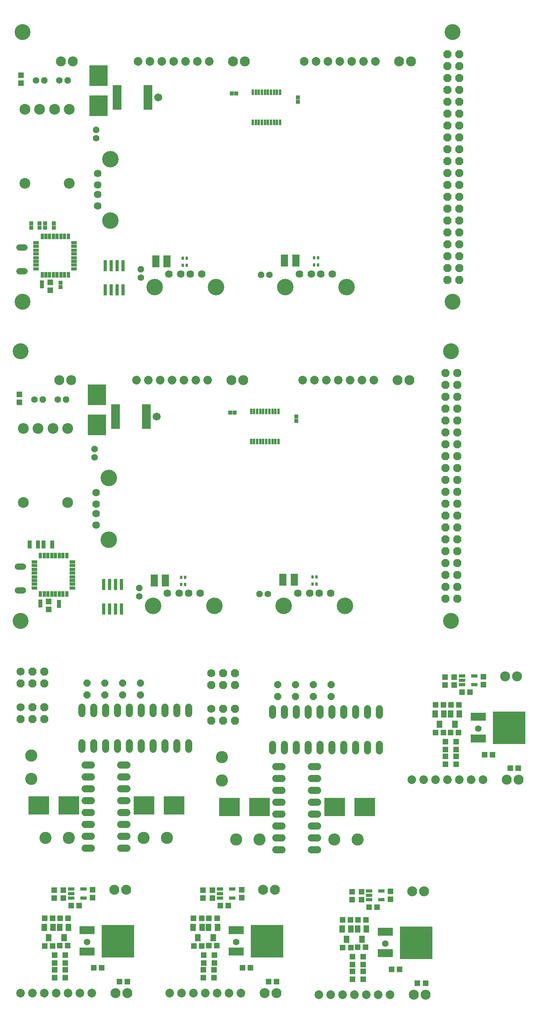
<source format=gts>
G75*
G70*
%OFA0B0*%
%FSLAX24Y24*%
%IPPOS*%
%LPD*%
G04 *
G04 macro definitions for tiled file 'solderStiched.GTS':*
G04 *
%AMOC8*
5,1,8,0,0,1.08239X$1,22.5*
%
G04 *
G04 aperture list for tiled file 'solderStiched.GTS':*
G04 *
%ADD34C,0.0680*%
%ADD33C,0.0600*%
%ADD15C,0.0730*%
%ADD26OC8,0.0680*%
%ADD20R,0.0257X0.0474*%
%ADD40R,0.0474X0.0631*%
%ADD39R,0.1261X0.0710*%
%ADD28R,0.0198X0.0474*%
%ADD25R,0.0336X0.0336*%
%ADD14R,0.0513X0.0474*%
%ADD13C,0.0560*%
%ADD16C,0.0840*%
%ADD31C,0.0671*%
%ADD27R,0.1580X0.1749*%
%ADD36OC8,0.0600*%
%ADD29R,0.0780X0.2080*%
%ADD24R,0.0631X0.1025*%
%ADD38R,0.2718X0.2718*%
%ADD18C,0.1390*%
%ADD21R,0.0474X0.0257*%
%ADD11C,0.0907*%
%ADD30C,0.0520*%
%ADD41C,0.0555*%
%ADD37R,0.0552X0.0297*%
%ADD19R,0.0237X0.0257*%
%ADD22R,0.0316X0.0946*%
%ADD23R,0.0474X0.0513*%
%ADD32C,0.1025*%
%ADD12OC8,0.0560*%
%ADD10C,0.1340*%
%ADD17C,0.0640*%
%ADD35R,0.1749X0.1580*%
G04 *
G04 next data from source file './BDM2/top_soldermask.GTS', *
G04 source file key is 'infile_0003'. *
G04 *
D10*
X001564Y070713D03*
X001564Y093390D03*
X037824Y093390D03*
X037824Y070713D03*
D11*
X005527Y080668D03*
X001777Y080668D03*
X001777Y086918D03*
X003027Y086918D03*
X004277Y086918D03*
X005527Y086918D03*
D12*
X007785Y085157D03*
X005379Y089335D03*
X003410Y089335D03*
X011537Y073453D03*
X021687Y072961D03*
D13*
X022387Y072961D03*
X011537Y072753D03*
X007785Y084457D03*
X004679Y089335D03*
X002710Y089335D03*
D14*
X001434Y089103D03*
X001434Y089772D03*
D15*
X011304Y090953D03*
X012304Y090953D03*
X013304Y090953D03*
X014304Y090953D03*
X015304Y090953D03*
X016304Y090953D03*
X017304Y090953D03*
X025304Y090953D03*
X026304Y090953D03*
X027304Y090953D03*
X028304Y090953D03*
X029304Y090953D03*
X030304Y090953D03*
X031304Y090953D03*
D16*
X033304Y090953D03*
X034304Y090953D03*
X020304Y090953D03*
X019304Y090953D03*
X005804Y090953D03*
X004804Y090953D03*
D17*
X007916Y081509D03*
X007916Y080529D03*
X007916Y079739D03*
X007916Y078759D03*
X013929Y073023D03*
X014909Y073023D03*
X015699Y073023D03*
X016679Y073023D03*
X024929Y073023D03*
X025909Y073023D03*
X026699Y073023D03*
X027679Y073023D03*
D18*
X028889Y071953D03*
X023719Y071953D03*
X017889Y071953D03*
X012719Y071953D03*
X008986Y077549D03*
X008986Y082719D03*
D19*
X015096Y074365D03*
X015411Y074365D03*
X015411Y073754D03*
X015096Y073754D03*
X026159Y073798D03*
X026474Y073798D03*
X026474Y074408D03*
X026159Y074408D03*
D20*
X005434Y072961D03*
X005119Y072961D03*
X004804Y072961D03*
X004490Y072961D03*
X004175Y072961D03*
X003860Y072961D03*
X003545Y072961D03*
X003230Y072961D03*
X003230Y076189D03*
X003545Y076189D03*
X003860Y076189D03*
X004175Y076189D03*
X004490Y076189D03*
X004804Y076189D03*
X005119Y076189D03*
X005434Y076189D03*
D21*
X005927Y075678D03*
X005927Y075363D03*
X005927Y075048D03*
X005927Y074733D03*
X005927Y074418D03*
X005927Y074103D03*
X005927Y073788D03*
X005927Y073473D03*
X002698Y073473D03*
X002698Y073788D03*
X002698Y074103D03*
X002698Y074418D03*
X002698Y074733D03*
X002698Y075048D03*
X002698Y075363D03*
X002698Y075678D03*
D22*
X008554Y073752D03*
X009054Y073752D03*
X009554Y073752D03*
X010054Y073752D03*
X010054Y071705D03*
X009554Y071705D03*
X009054Y071705D03*
X008554Y071705D03*
D23*
X003927Y071678D03*
X003927Y072347D03*
D24*
X012801Y074115D03*
X013745Y074115D03*
X023655Y074154D03*
X024600Y074154D03*
D25*
X024793Y087544D03*
X024793Y087898D03*
X019576Y088233D03*
X019222Y088233D03*
X004202Y077307D03*
X004202Y076953D03*
X003493Y076953D03*
X003493Y077307D03*
X003021Y077307D03*
X003021Y076953D03*
X002312Y076953D03*
X002312Y077307D03*
X003218Y072347D03*
X003218Y071993D03*
X004793Y071953D03*
X004793Y072307D03*
D26*
X037364Y072552D03*
X038364Y072552D03*
X038364Y073552D03*
X038364Y074552D03*
X037364Y074552D03*
X037364Y073552D03*
X037364Y075552D03*
X038364Y075552D03*
X038364Y076552D03*
X038364Y077552D03*
X037364Y077552D03*
X037364Y076552D03*
X037364Y078552D03*
X038364Y078552D03*
X038364Y079552D03*
X037364Y079552D03*
X037364Y080552D03*
X038364Y080552D03*
X038364Y081552D03*
X037364Y081552D03*
X037364Y082552D03*
X038364Y082552D03*
X038364Y083552D03*
X037364Y083552D03*
X037364Y084552D03*
X038364Y084552D03*
X038364Y085552D03*
X037364Y085552D03*
X037364Y086552D03*
X038364Y086552D03*
X038364Y087552D03*
X037364Y087552D03*
X037364Y088552D03*
X038364Y088552D03*
X038364Y089552D03*
X038364Y090552D03*
X037364Y090552D03*
X037364Y089552D03*
X037364Y091552D03*
X038364Y091552D03*
D27*
X007982Y089729D03*
X007982Y087217D03*
D28*
X020974Y088351D03*
X021230Y088351D03*
X021486Y088351D03*
X021741Y088351D03*
X021997Y088351D03*
X022253Y088351D03*
X022509Y088351D03*
X022765Y088351D03*
X023021Y088351D03*
X023277Y088351D03*
X023277Y085792D03*
X023021Y085792D03*
X022765Y085792D03*
X022509Y085792D03*
X022253Y085792D03*
X021997Y085792D03*
X021741Y085792D03*
X021486Y085792D03*
X021230Y085792D03*
X020974Y085792D03*
D29*
X012151Y087902D03*
X009551Y087902D03*
D30*
X001745Y075256D02*
X001305Y075256D01*
X001305Y073256D02*
X001745Y073256D01*
D31*
X013021Y087918D03*
G04 *
G04 next data from source file './bluetooth4/top_soldermask.GTS', *
G04 source file key is 'infile_0008'. *
G04 *
D14*
X004400Y040670D03*
X004400Y041340D03*
X004420Y041910D03*
X004420Y042580D03*
X005320Y042580D03*
X005320Y041910D03*
X005300Y041340D03*
X005300Y040670D03*
X007706Y041495D03*
X008375Y041495D03*
X009886Y040345D03*
X010555Y040345D03*
X006485Y046735D03*
X005816Y046735D03*
X004373Y047360D03*
X004373Y048029D03*
D37*
X005809Y048119D03*
X005809Y047745D03*
X005809Y047371D03*
X006832Y047371D03*
X006832Y048119D03*
D38*
X009762Y043745D03*
D39*
X007163Y042860D03*
X007163Y044671D03*
D16*
X009440Y048075D03*
X010440Y048075D03*
X010561Y039376D03*
X009561Y039376D03*
D15*
X001560Y039375D03*
X002560Y039375D03*
X003560Y039375D03*
X004560Y039375D03*
X005560Y039375D03*
X006560Y039375D03*
X007560Y039375D03*
D40*
X005210Y044035D03*
X004836Y044901D03*
X004284Y044898D03*
X003910Y044032D03*
X003536Y044898D03*
X005584Y044901D03*
D23*
X005545Y045665D03*
X004876Y045665D03*
X004245Y045665D03*
X003576Y045665D03*
X003586Y043335D03*
X004255Y043335D03*
X004846Y043355D03*
X005515Y043355D03*
X005155Y047360D03*
X005155Y048029D03*
X007620Y048057D03*
X007620Y047388D03*
D41*
X007160Y043675D03*
G04 *
G04 next data from source file './BDM1/top_soldermask.GTS', *
G04 source file key is 'infile_0007'. *
G04 *
D10*
X001699Y097578D03*
X001699Y120255D03*
X037959Y120255D03*
X037959Y097578D03*
D11*
X005662Y107533D03*
X001912Y107533D03*
X001912Y113783D03*
X003162Y113783D03*
X004412Y113783D03*
X005662Y113783D03*
D12*
X007920Y112022D03*
X005514Y116200D03*
X003545Y116200D03*
X011672Y100318D03*
X021822Y099826D03*
D13*
X022522Y099826D03*
X011672Y099618D03*
X007920Y111322D03*
X004814Y116200D03*
X002845Y116200D03*
D14*
X001569Y115968D03*
X001569Y116637D03*
D15*
X011439Y117818D03*
X012439Y117818D03*
X013439Y117818D03*
X014439Y117818D03*
X015439Y117818D03*
X016439Y117818D03*
X017439Y117818D03*
X025439Y117818D03*
X026439Y117818D03*
X027439Y117818D03*
X028439Y117818D03*
X029439Y117818D03*
X030439Y117818D03*
X031439Y117818D03*
D16*
X033439Y117818D03*
X034439Y117818D03*
X020439Y117818D03*
X019439Y117818D03*
X005939Y117818D03*
X004939Y117818D03*
D17*
X008051Y108374D03*
X008051Y107394D03*
X008051Y106604D03*
X008051Y105624D03*
X014064Y099888D03*
X015044Y099888D03*
X015834Y099888D03*
X016814Y099888D03*
X025064Y099888D03*
X026044Y099888D03*
X026834Y099888D03*
X027814Y099888D03*
D18*
X029024Y098818D03*
X023854Y098818D03*
X018024Y098818D03*
X012854Y098818D03*
X009121Y104414D03*
X009121Y109584D03*
D19*
X015231Y101230D03*
X015546Y101230D03*
X015546Y100619D03*
X015231Y100619D03*
X026294Y100663D03*
X026609Y100663D03*
X026609Y101273D03*
X026294Y101273D03*
D20*
X005569Y099826D03*
X005254Y099826D03*
X004939Y099826D03*
X004625Y099826D03*
X004310Y099826D03*
X003995Y099826D03*
X003680Y099826D03*
X003365Y099826D03*
X003365Y103054D03*
X003680Y103054D03*
X003995Y103054D03*
X004310Y103054D03*
X004625Y103054D03*
X004939Y103054D03*
X005254Y103054D03*
X005569Y103054D03*
D21*
X006062Y102543D03*
X006062Y102228D03*
X006062Y101913D03*
X006062Y101598D03*
X006062Y101283D03*
X006062Y100968D03*
X006062Y100653D03*
X006062Y100338D03*
X002833Y100338D03*
X002833Y100653D03*
X002833Y100968D03*
X002833Y101283D03*
X002833Y101598D03*
X002833Y101913D03*
X002833Y102228D03*
X002833Y102543D03*
D22*
X008689Y100617D03*
X009189Y100617D03*
X009689Y100617D03*
X010189Y100617D03*
X010189Y098570D03*
X009689Y098570D03*
X009189Y098570D03*
X008689Y098570D03*
D23*
X004062Y098543D03*
X004062Y099212D03*
D24*
X012936Y100980D03*
X013880Y100980D03*
X023790Y101019D03*
X024735Y101019D03*
D25*
X024928Y114409D03*
X024928Y114763D03*
X019711Y115098D03*
X019357Y115098D03*
X004337Y104172D03*
X004337Y103818D03*
X003628Y103818D03*
X003628Y104172D03*
X003156Y104172D03*
X003156Y103818D03*
X002447Y103818D03*
X002447Y104172D03*
X003353Y099212D03*
X003353Y098858D03*
X004928Y098818D03*
X004928Y099172D03*
D26*
X037499Y099417D03*
X038499Y099417D03*
X038499Y100417D03*
X038499Y101417D03*
X037499Y101417D03*
X037499Y100417D03*
X037499Y102417D03*
X038499Y102417D03*
X038499Y103417D03*
X038499Y104417D03*
X037499Y104417D03*
X037499Y103417D03*
X037499Y105417D03*
X038499Y105417D03*
X038499Y106417D03*
X037499Y106417D03*
X037499Y107417D03*
X038499Y107417D03*
X038499Y108417D03*
X037499Y108417D03*
X037499Y109417D03*
X038499Y109417D03*
X038499Y110417D03*
X037499Y110417D03*
X037499Y111417D03*
X038499Y111417D03*
X038499Y112417D03*
X037499Y112417D03*
X037499Y113417D03*
X038499Y113417D03*
X038499Y114417D03*
X037499Y114417D03*
X037499Y115417D03*
X038499Y115417D03*
X038499Y116417D03*
X038499Y117417D03*
X037499Y117417D03*
X037499Y116417D03*
X037499Y118417D03*
X038499Y118417D03*
D27*
X008117Y116594D03*
X008117Y114082D03*
D28*
X021109Y115216D03*
X021365Y115216D03*
X021621Y115216D03*
X021876Y115216D03*
X022132Y115216D03*
X022388Y115216D03*
X022644Y115216D03*
X022900Y115216D03*
X023156Y115216D03*
X023412Y115216D03*
X023412Y112657D03*
X023156Y112657D03*
X022900Y112657D03*
X022644Y112657D03*
X022388Y112657D03*
X022132Y112657D03*
X021876Y112657D03*
X021621Y112657D03*
X021365Y112657D03*
X021109Y112657D03*
D29*
X012286Y114767D03*
X009686Y114767D03*
D30*
X001880Y102121D02*
X001440Y102121D01*
X001440Y100121D02*
X001880Y100121D01*
D31*
X013156Y114783D03*
G04 *
G04 next data from source file './bluetooth3/top_soldermask.GTS', *
G04 source file key is 'infile_0004'. *
G04 *
D14*
X029510Y040535D03*
X029510Y041205D03*
X029530Y041775D03*
X029530Y042445D03*
X030430Y042445D03*
X030430Y041775D03*
X030410Y041205D03*
X030410Y040535D03*
X032816Y041360D03*
X033485Y041360D03*
X034996Y040210D03*
X035665Y040210D03*
X031595Y046600D03*
X030926Y046600D03*
X029483Y047225D03*
X029483Y047894D03*
D37*
X030919Y047984D03*
X030919Y047610D03*
X030919Y047236D03*
X031942Y047236D03*
X031942Y047984D03*
D38*
X034872Y043610D03*
D39*
X032273Y042725D03*
X032273Y044536D03*
D16*
X034550Y047940D03*
X035550Y047940D03*
X035671Y039241D03*
X034671Y039241D03*
D15*
X026670Y039240D03*
X027670Y039240D03*
X028670Y039240D03*
X029670Y039240D03*
X030670Y039240D03*
X031670Y039240D03*
X032670Y039240D03*
D40*
X030320Y043900D03*
X029946Y044766D03*
X029394Y044763D03*
X029020Y043897D03*
X028646Y044763D03*
X030694Y044766D03*
D23*
X030655Y045530D03*
X029986Y045530D03*
X029355Y045530D03*
X028686Y045530D03*
X028696Y043200D03*
X029365Y043200D03*
X029956Y043220D03*
X030625Y043220D03*
X030265Y047225D03*
X030265Y047894D03*
X032730Y047922D03*
X032730Y047253D03*
D41*
X032270Y043540D03*
G04 *
G04 next data from source file './HCD2/top_soldermask.GTS', *
G04 source file key is 'infile_0002'. *
G04 *
D32*
X019707Y052312D03*
X021676Y052312D03*
X018522Y057273D03*
X018522Y059242D03*
X027990Y052313D03*
X029958Y052313D03*
D33*
X026577Y052434D02*
X026057Y052434D01*
X026057Y051434D02*
X026577Y051434D01*
X026577Y053434D02*
X026057Y053434D01*
X026057Y054434D02*
X026577Y054434D01*
X026577Y055434D02*
X026057Y055434D01*
X026057Y056434D02*
X026577Y056434D01*
X026577Y057434D02*
X026057Y057434D01*
X026057Y058434D02*
X026577Y058434D01*
X026778Y059767D02*
X026778Y060287D01*
X025778Y060287D02*
X025778Y059767D01*
X024778Y059767D02*
X024778Y060287D01*
X023778Y060287D02*
X023778Y059767D01*
X022778Y059767D02*
X022778Y060287D01*
X023057Y058434D02*
X023577Y058434D01*
X023577Y057434D02*
X023057Y057434D01*
X023057Y056434D02*
X023577Y056434D01*
X023577Y055434D02*
X023057Y055434D01*
X023057Y054434D02*
X023577Y054434D01*
X023577Y053434D02*
X023057Y053434D01*
X023057Y052434D02*
X023577Y052434D01*
X023577Y051434D02*
X023057Y051434D01*
X027778Y059767D02*
X027778Y060287D01*
X028778Y060287D02*
X028778Y059767D01*
X029778Y059767D02*
X029778Y060287D01*
X030778Y060287D02*
X030778Y059767D01*
X031778Y059767D02*
X031778Y060287D01*
X031778Y062767D02*
X031778Y063287D01*
X030778Y063287D02*
X030778Y062767D01*
X029778Y062767D02*
X029778Y063287D01*
X028778Y063287D02*
X028778Y062767D01*
X027778Y062767D02*
X027778Y063287D01*
X026778Y063287D02*
X026778Y062767D01*
X025778Y062767D02*
X025778Y063287D01*
X024778Y063287D02*
X024778Y062767D01*
X023778Y062767D02*
X023778Y063287D01*
X022778Y063287D02*
X022778Y062767D01*
D34*
X017618Y063307D03*
X017618Y066307D03*
D26*
X017618Y065307D03*
X018618Y065307D03*
X018618Y066307D03*
X019618Y066307D03*
X019618Y065307D03*
X019618Y063307D03*
X018618Y063307D03*
X018618Y062307D03*
X019618Y062307D03*
X017618Y062307D03*
D35*
X019156Y055047D03*
X021668Y055047D03*
X028028Y055047D03*
X030540Y055047D03*
D36*
X027718Y064337D03*
X027718Y065337D03*
X026218Y065337D03*
X026218Y064337D03*
X024718Y064337D03*
X024718Y065337D03*
X023218Y065337D03*
X023218Y064337D03*
G04 *
G04 next data from source file './HCD1/top_soldermask.GTS', *
G04 source file key is 'infile_0005'. *
G04 *
D32*
X003642Y052447D03*
X005611Y052447D03*
X002457Y057408D03*
X002457Y059377D03*
X011925Y052448D03*
X013893Y052448D03*
D33*
X010512Y052569D02*
X009992Y052569D01*
X009992Y051569D02*
X010512Y051569D01*
X010512Y053569D02*
X009992Y053569D01*
X009992Y054569D02*
X010512Y054569D01*
X010512Y055569D02*
X009992Y055569D01*
X009992Y056569D02*
X010512Y056569D01*
X010512Y057569D02*
X009992Y057569D01*
X009992Y058569D02*
X010512Y058569D01*
X010713Y059902D02*
X010713Y060422D01*
X009713Y060422D02*
X009713Y059902D01*
X008713Y059902D02*
X008713Y060422D01*
X007713Y060422D02*
X007713Y059902D01*
X006713Y059902D02*
X006713Y060422D01*
X006992Y058569D02*
X007512Y058569D01*
X007512Y057569D02*
X006992Y057569D01*
X006992Y056569D02*
X007512Y056569D01*
X007512Y055569D02*
X006992Y055569D01*
X006992Y054569D02*
X007512Y054569D01*
X007512Y053569D02*
X006992Y053569D01*
X006992Y052569D02*
X007512Y052569D01*
X007512Y051569D02*
X006992Y051569D01*
X011713Y059902D02*
X011713Y060422D01*
X012713Y060422D02*
X012713Y059902D01*
X013713Y059902D02*
X013713Y060422D01*
X014713Y060422D02*
X014713Y059902D01*
X015713Y059902D02*
X015713Y060422D01*
X015713Y062902D02*
X015713Y063422D01*
X014713Y063422D02*
X014713Y062902D01*
X013713Y062902D02*
X013713Y063422D01*
X012713Y063422D02*
X012713Y062902D01*
X011713Y062902D02*
X011713Y063422D01*
X010713Y063422D02*
X010713Y062902D01*
X009713Y062902D02*
X009713Y063422D01*
X008713Y063422D02*
X008713Y062902D01*
X007713Y062902D02*
X007713Y063422D01*
X006713Y063422D02*
X006713Y062902D01*
D34*
X001553Y063442D03*
X001553Y066442D03*
D26*
X001553Y065442D03*
X002553Y065442D03*
X002553Y066442D03*
X003553Y066442D03*
X003553Y065442D03*
X003553Y063442D03*
X002553Y063442D03*
X002553Y062442D03*
X003553Y062442D03*
X001553Y062442D03*
D35*
X003091Y055182D03*
X005603Y055182D03*
X011963Y055182D03*
X014475Y055182D03*
D36*
X011653Y064472D03*
X011653Y065472D03*
X010153Y065472D03*
X010153Y064472D03*
X008653Y064472D03*
X008653Y065472D03*
X007153Y065472D03*
X007153Y064472D03*
G04 *
G04 next data from source file './bluetooth5/top_soldermask.GTS', *
G04 source file key is 'infile_0006'. *
G04 *
D14*
X016955Y040670D03*
X016955Y041340D03*
X016975Y041910D03*
X016975Y042580D03*
X017875Y042580D03*
X017875Y041910D03*
X017855Y041340D03*
X017855Y040670D03*
X020261Y041495D03*
X020930Y041495D03*
X022441Y040345D03*
X023110Y040345D03*
X019040Y046735D03*
X018371Y046735D03*
X016928Y047360D03*
X016928Y048029D03*
D37*
X018364Y048119D03*
X018364Y047745D03*
X018364Y047371D03*
X019387Y047371D03*
X019387Y048119D03*
D38*
X022317Y043745D03*
D39*
X019718Y042860D03*
X019718Y044671D03*
D16*
X021995Y048075D03*
X022995Y048075D03*
X023116Y039376D03*
X022116Y039376D03*
D15*
X014115Y039375D03*
X015115Y039375D03*
X016115Y039375D03*
X017115Y039375D03*
X018115Y039375D03*
X019115Y039375D03*
X020115Y039375D03*
D40*
X017765Y044035D03*
X017391Y044901D03*
X016839Y044898D03*
X016465Y044032D03*
X016091Y044898D03*
X018139Y044901D03*
D23*
X018100Y045665D03*
X017431Y045665D03*
X016800Y045665D03*
X016131Y045665D03*
X016141Y043335D03*
X016810Y043335D03*
X017401Y043355D03*
X018070Y043355D03*
X017710Y047360D03*
X017710Y048029D03*
X020175Y048057D03*
X020175Y047388D03*
D41*
X019715Y043675D03*
G04 *
G04 next data from source file './bluetooth6/top_soldermask.GTS', *
G04 source file key is 'infile_0001'. *
G04 *
D14*
X037340Y058625D03*
X037340Y059295D03*
X037360Y059865D03*
X037360Y060535D03*
X038260Y060535D03*
X038260Y059865D03*
X038240Y059295D03*
X038240Y058625D03*
X040646Y059450D03*
X041315Y059450D03*
X042826Y058300D03*
X043495Y058300D03*
X039425Y064690D03*
X038756Y064690D03*
X037313Y065315D03*
X037313Y065984D03*
D37*
X038749Y066074D03*
X038749Y065700D03*
X038749Y065326D03*
X039772Y065326D03*
X039772Y066074D03*
D38*
X042702Y061700D03*
D39*
X040103Y060815D03*
X040103Y062626D03*
D16*
X042380Y066030D03*
X043380Y066030D03*
X043501Y057331D03*
X042501Y057331D03*
D15*
X034500Y057330D03*
X035500Y057330D03*
X036500Y057330D03*
X037500Y057330D03*
X038500Y057330D03*
X039500Y057330D03*
X040500Y057330D03*
D40*
X038150Y061990D03*
X037776Y062856D03*
X037224Y062853D03*
X036850Y061987D03*
X036476Y062853D03*
X038524Y062856D03*
D23*
X038485Y063620D03*
X037816Y063620D03*
X037185Y063620D03*
X036516Y063620D03*
X036526Y061290D03*
X037195Y061290D03*
X037786Y061310D03*
X038455Y061310D03*
X038095Y065315D03*
X038095Y065984D03*
X040560Y066012D03*
X040560Y065343D03*
D41*
X040100Y061630D03*
M02*

</source>
